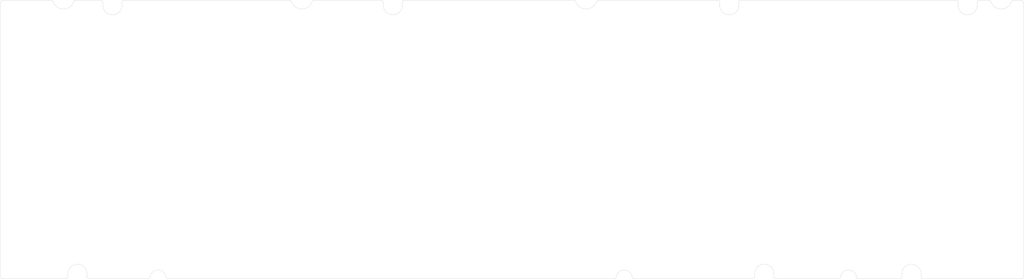
<source format=kicad_pcb>
(kicad_pcb (version 20210228) (generator pcbnew)

  (general
    (thickness 1.6)
  )

  (paper "A4")
  (layers
    (0 "F.Cu" signal)
    (31 "B.Cu" signal)
    (32 "B.Adhes" user "B.Adhesive")
    (33 "F.Adhes" user "F.Adhesive")
    (34 "B.Paste" user)
    (35 "F.Paste" user)
    (36 "B.SilkS" user "B.Silkscreen")
    (37 "F.SilkS" user "F.Silkscreen")
    (38 "B.Mask" user)
    (39 "F.Mask" user)
    (40 "Dwgs.User" user "User.Drawings")
    (41 "Cmts.User" user "User.Comments")
    (42 "Eco1.User" user "User.Eco1")
    (43 "Eco2.User" user "User.Eco2")
    (44 "Edge.Cuts" user)
    (45 "Margin" user)
    (46 "B.CrtYd" user "B.Courtyard")
    (47 "F.CrtYd" user "F.Courtyard")
    (48 "B.Fab" user)
    (49 "F.Fab" user)
    (50 "User.1" user)
    (51 "User.2" user)
    (52 "User.3" user)
    (53 "User.4" user)
    (54 "User.5" user)
    (55 "User.6" user)
    (56 "User.7" user)
    (57 "User.8" user)
    (58 "User.9" user)
  )

  (setup
    (pad_to_mask_clearance 0)
    (pcbplotparams
      (layerselection 0x00010fc_ffffffff)
      (disableapertmacros false)
      (usegerberextensions false)
      (usegerberattributes true)
      (usegerberadvancedattributes true)
      (creategerberjobfile true)
      (svguseinch false)
      (svgprecision 6)
      (excludeedgelayer true)
      (plotframeref false)
      (viasonmask false)
      (mode 1)
      (useauxorigin false)
      (hpglpennumber 1)
      (hpglpenspeed 20)
      (hpglpendiameter 15.000000)
      (dxfpolygonmode true)
      (dxfimperialunits true)
      (dxfusepcbnewfont true)
      (psnegative false)
      (psa4output false)
      (plotreference true)
      (plotvalue true)
      (plotinvisibletext false)
      (sketchpadsonfab false)
      (subtractmaskfromsilk false)
      (outputformat 1)
      (mirror false)
      (drillshape 1)
      (scaleselection 1)
      (outputdirectory "")
    )
  )


  (net 0 "")

  (gr_line (start 326.463 53.784295) (end 324.260291 53.784295) (layer "Dwgs.User") (width 0.1) (tstamp 0a6f526a-855f-4866-9492-907e759593f3))
  (gr_line (start 78.133889 53.784295) (end 22.075 53.784295) (layer "Dwgs.User") (width 0.1) (tstamp 1569ab24-6925-4e10-a565-01623a80def6))
  (gr_line (start 2.918749 147.734295) (end 2.918749 146.734295) (layer "Dwgs.User") (width 0.1) (tstamp 15c70d95-ccc0-4b28-b19b-a3762be074d6))
  (gr_arc (start -4 56.534295) (end -3.5 56.534295) (angle -90) (layer "Dwgs.User") (width 0.1) (tstamp 17b1ad06-1f8f-4398-b3e5-b23df3e766b9))
  (gr_arc (start 326.463 55.034295) (end 327.713 55.034295) (angle -90) (layer "Dwgs.User") (width 0.1) (tstamp 1c366f20-cf63-44b3-912c-099f37a4200a))
  (gr_line (start 14.825 55.534295) (end 14.825 54.534295) (layer "Dwgs.User") (width 0.1) (tstamp 230674d9-33a2-43d8-bdab-6e156f34f18a))
  (gr_arc (start 324.260291 54.534295) (end 324.260291 53.784295) (angle -70.56724937) (layer "Dwgs.User") (width 0.1) (tstamp 24870668-9ba9-489f-96c7-07a0b09d2b60))
  (gr_arc (start 315.77257 54.534295) (end 316.479844 54.28477) (angle -70.56724937) (layer "Dwgs.User") (width 0.1) (tstamp 254164af-92cb-4781-8308-db5677149378))
  (gr_arc (start -16.999999 69.534295) (end -17.5 69.534295) (angle -90) (layer "Dwgs.User") (width 0.1) (tstamp 26f14ec9-b964-4529-a8a6-2b14c12ff311))
  (gr_arc (start 293.537499 147.734295) (end 292.787499 147.734295) (angle -90) (layer "Dwgs.User") (width 0.1) (tstamp 27588b98-7716-4539-ac16-c48d0703d109))
  (gr_line (start -10.5 56.034295) (end -10.5 63.034295) (layer "Dwgs.User") (width 0.1) (tstamp 2ff03d8a-432f-4498-9d82-52d2dead27b9))
  (gr_line (start 110.074999 55.534295) (end 110.074999 54.534295) (layer "Dwgs.User") (width 0.1) (tstamp 3013b389-db26-4cc4-8290-595aa815f0c0))
  (gr_arc (start -18.85 55.034295) (end -18.85 53.784295) (angle -90) (layer "Dwgs.User") (width 0.1) (tstamp 33f3957c-de81-44ec-b978-53287806c9bd))
  (gr_line (start -20.1 55.034295) (end -20.099999 147.234295) (layer "Dwgs.User") (width 0.1) (tstamp 3ad11f98-55d0-4d61-94e6-2ee33e88f962))
  (gr_arc (start 78.133889 54.534295) (end 78.841163 54.28477) (angle -70.56724937) (layer "Dwgs.User") (width 0.1) (tstamp 3c93f03e-032f-4555-8a6e-3c3e61f5d76a))
  (gr_line (start -17.5 69.534295) (end -17.5 56.534295) (layer "Dwgs.User") (width 0.1) (tstamp 3fb5040b-7963-4826-b924-b716634fa502))
  (gr_line (start 37.026042 148.484289) (end 62.747564 148.484285) (layer "Dwgs.User") (width 0.1) (tstamp 3fc95bed-62bc-4ae4-b5a3-53855597d5ed))
  (gr_arc (start 264.657751 147.734781) (end 264.657734 148.484781) (angle -82.12430789) (layer "Dwgs.User") (width 0.1) (tstamp 400dccf4-1dbb-4665-a1b0-d82f495daa23))
  (gr_arc (start 33.560244 148.213775) (end 36.283118 147.837071) (angle -164.2465162) (layer "Dwgs.User") (width 0.1) (tstamp 44f83b7f-db42-4521-9d4f-18445b149061))
  (gr_arc (start 174.724735 54.534295) (end 175.43201 54.28477) (angle -70.56724937) (layer "Dwgs.User") (width 0.1) (tstamp 4cf2dac3-9535-444c-89e6-cf3dd0a282dc))
  (gr_arc (start -4 69.534295) (end -4 70.034295) (angle -90) (layer "Dwgs.User") (width 0.1) (tstamp 4e5425e1-42bd-43f3-8bee-4f25efd280ee))
  (gr_line (start -18.85 148.484295) (end 2.168749 148.484295) (layer "Dwgs.User") (width 0.1) (tstamp 54ef2c52-0185-4d0d-a8aa-9a5d39a3ccc5))
  (gr_line (start 230.875 54.534295) (end 230.875 55.534295) (layer "Dwgs.User") (width 0.1) (tstamp 5a15417a-a598-48d6-8ea3-762108ab85c8))
  (gr_arc (start 10.168749 147.734295) (end 9.418749 147.734295) (angle -90) (layer "Dwgs.User") (width 0.1) (tstamp 5c7effca-bc50-490c-a53e-1ae03ff10273))
  (gr_arc (start 117.324999 54.534295) (end 117.324999 53.784295) (angle -90) (layer "Dwgs.User") (width 0.1) (tstamp 60d419f2-a591-436c-9755-57d4fb5895ad))
  (gr_arc (start 86.62161 54.534295) (end 86.62161 53.784295) (angle -70.56724937) (layer "Dwgs.User") (width 0.1) (tstamp 61da176f-6c2f-41b3-a9d1-1a2623e71170))
  (gr_arc (start -2.8301 54.534295) (end -2.122825 54.28477) (angle -70.56724937) (layer "Dwgs.User") (width 0.1) (tstamp 61df36e5-b7b9-43f5-8e69-6cf9f7e77a21))
  (gr_line (start 292.787499 146.734295) (end 292.787499 147.734295) (layer "Dwgs.User") (width 0.1) (tstamp 648709ea-ef87-4ed3-85f2-27267f0c8f25))
  (gr_line (start -17 56.034295) (end -4 70.034295) (layer "Dwgs.User") (width 0.1) (tstamp 6537691a-5a25-4005-bbef-0eabb38f2e88))
  (gr_arc (start 37.026042 147.734289) (end 36.283118 147.837071) (angle -82.12325437) (layer "Dwgs.User") (width 0.1) (tstamp 6986246c-4e27-4b59-8d29-4dfbf7ae58c5))
  (gr_arc (start 113.324999 55.534295) (end 110.074999 55.534295) (angle -180) (layer "Dwgs.User") (width 0.1) (tstamp 6b9a5f3a-4955-4396-aa89-092e7011c57f))
  (gr_line (start 327.713 147.234295) (end 327.713 55.034295) (layer "Dwgs.User") (width 0.1) (tstamp 6dec8e25-9dcb-4abb-a4b2-d294ec795561))
  (gr_arc (start 195.378849 147.733012) (end 194.635924 147.835789) (angle -82.12180096) (layer "Dwgs.User") (width 0.1) (tstamp 7257d375-6ea8-4038-b852-92f7993a4cfa))
  (gr_arc (start 235.53125 147.734295) (end 235.53125 148.484295) (angle -90) (layer "Dwgs.User") (width 0.1) (tstamp 72958d90-b065-4df1-b612-dfc76fc06a65))
  (gr_circle (center -10.5 63.034295) (end -8 63.034295) (layer "Dwgs.User") (width 0.1) (fill none) (tstamp 7401b6df-d7ce-435b-9801-64a0104ccc52))
  (gr_line (start 236.28125 147.734295) (end 236.28125 146.734295) (layer "Dwgs.User") (width 0.1) (tstamp 756fcf18-71d9-4d04-adbf-4096b55f7d3f))
  (gr_arc (start 289.537499 146.734295) (end 292.787499 146.734295) (angle -180) (layer "Dwgs.User") (width 0.1) (tstamp 7c934338-2337-47e1-8b41-639904f3a200))
  (gr_line (start 116.574999 54.534295) (end 116.574999 55.534295) (layer "Dwgs.User") (width 0.1) (tstamp 7e6fc632-0ec7-4261-ac32-df90c10d257a))
  (gr_arc (start 304.5875 54.534295) (end 305.3375 54.534295) (angle -90) (layer "Dwgs.User") (width 0.1) (tstamp 7fad3a93-aab5-4d8d-8912-7b4428e392f7))
  (gr_arc (start 227.625 55.534295) (end 224.375 55.534295) (angle -180) (layer "Dwgs.User") (width 0.1) (tstamp 814481c5-422b-4c34-a67d-a189a3e4c6cc))
  (gr_line (start 311.8375 54.534295) (end 311.8375 55.534295) (layer "Dwgs.User") (width 0.1) (tstamp 86e37d4b-a919-420a-b67b-9b52880f2395))
  (gr_line (start 195.378825 148.483012) (end 235.53125 148.484295) (layer "Dwgs.User") (width 0.1) (tstamp 886323be-262f-4426-8334-80efdacd7ddf))
  (gr_line (start 242.78125 146.734295) (end 242.78125 147.734295) (layer "Dwgs.User") (width 0.1) (tstamp 8b19dfcc-a24e-4a59-aca3-4640b15e2989))
  (gr_arc (start 320.01643 53.037069) (end 316.479844 54.28477) (angle -141.1344987) (layer "Dwgs.User") (width 0.1) (tstamp 8cfe922f-19f9-4a6f-96db-50c81d4cd437))
  (gr_line (start 109.325 53.784295) (end 86.62161 53.784295) (layer "Dwgs.User") (width 0.1) (tstamp 8fb5d744-fbb1-43d3-9317-80909bcacc81))
  (gr_line (start 9.418749 146.734295) (end 9.418749 147.734295) (layer "Dwgs.User") (width 0.1) (tstamp 8fddf206-9cc8-4ede-8456-a8215123ec48))
  (gr_arc (start 308.5875 55.534295) (end 305.3375 55.534295) (angle -180) (layer "Dwgs.User") (width 0.1) (tstamp 907c3670-5e4d-4015-872b-4e7b3a2bc423))
  (gr_line (start 243.531232 148.484295) (end 264.657734 148.484781) (layer "Dwgs.User") (width 0.1) (tstamp 9205e948-85d3-4441-8d55-4532af169382))
  (gr_arc (start 178.968596 53.037069) (end 175.43201 54.28477) (angle -141.1344987) (layer "Dwgs.User") (width 0.1) (tstamp 922de84a-41c6-4e86-b180-71a48cbe83d4))
  (gr_line (start -3.5 56.534295) (end -3.5 69.534295) (layer "Dwgs.User") (width 0.1) (tstamp 943fe91f-ce71-4d27-a8bf-da956b032591))
  (gr_line (start 286.287499 147.734295) (end 286.287499 146.734295) (layer "Dwgs.User") (width 0.1) (tstamp 965e4fab-45bf-4ffb-b44e-128bc0e2a1e3))
  (gr_arc (start 243.53125 147.734295) (end 242.78125 147.734295) (angle -89.99868324) (layer "Dwgs.User") (width 0.1) (tstamp a2a74334-728e-4467-8e8e-7e2b7a0a22c1))
  (gr_arc (start 82.377749 53.037069) (end 78.841163 54.28477) (angle -141.1344987) (layer "Dwgs.User") (width 0.1) (tstamp a374fe99-7e3d-4341-8dd8-fa913544721b))
  (gr_line (start 293.537499 148.484295) (end 326.463 148.484295) (layer "Dwgs.User") (width 0.1) (tstamp a64939f9-8f70-4059-a6f8-c2c232d45bf0))
  (gr_arc (start 239.53125 146.734295) (end 242.78125 146.734295) (angle -180) (layer "Dwgs.User") (width 0.1) (tstamp a79ca088-52ab-4644-94ff-2e6fbec71dd6))
  (gr_line (start 315.77257 53.784295) (end 312.5875 53.784295) (layer "Dwgs.User") (width 0.1) (tstamp aacfc9e1-2ef8-4f71-8d83-d19677d586c8))
  (gr_line (start -2.8301 53.784295) (end -18.85 53.784295) (layer "Dwgs.User") (width 0.1) (tstamp acc8ad73-45dc-4d96-9ce5-1a1bbf543703))
  (gr_arc (start 14.075 54.534295) (end 14.825 54.534295) (angle -90) (layer "Dwgs.User") (width 0.1) (tstamp b26d7988-ae09-4b0f-80eb-85cbc1bf5b87))
  (gr_arc (start 18.075 55.534295) (end 14.825 55.534295) (angle -180) (layer "Dwgs.User") (width 0.1) (tstamp b57425c3-3d93-4859-b762-157f23019ec9))
  (gr_arc (start 268.123547 148.214282) (end 270.846418 147.837559) (angle -164.2458258) (layer "Dwgs.User") (width 0.1) (tstamp b57afd30-f6ab-4bb4-a56e-dc16dd6237d9))
  (gr_line (start 174.724735 53.784295) (end 117.324999 53.784295) (layer "Dwgs.User") (width 0.1) (tstamp bc48722a-a352-4f78-8003-c7325a945468))
  (gr_arc (start 312.5875 54.534295) (end 312.5875 53.784295) (angle -90) (layer "Dwgs.User") (width 0.1) (tstamp bd60e221-c0ec-43e9-a052-4c3e11385238))
  (gr_line (start 271.589367 148.484771) (end 285.537499 148.484295) (layer "Dwgs.User") (width 0.1) (tstamp c2521a14-4cd3-447d-ad87-ac0bde7a6261))
  (gr_line (start 304.5875 53.784295) (end 231.625 53.784295) (layer "Dwgs.User") (width 0.1) (tstamp cb9de1fe-9903-4f20-8e54-382bd1edc303))
  (gr_line (start 223.625 53.784295) (end 183.212456 53.784295) (layer "Dwgs.User") (width 0.1) (tstamp cbffaece-0b75-4f43-9fcb-67c55c3c9e7a))
  (gr_line (start 21.325 54.534295) (end 21.325 55.534295) (layer "Dwgs.User") (width 0.1) (tstamp cd94b4f7-3117-4499-9313-2bc1cc7989b5))
  (gr_arc (start -17 56.534295) (end -17 56.034295) (angle -90) (layer "Dwgs.User") (width 0.1) (tstamp cdd0209e-5a03-4a21-a08f-950909f38a9e))
  (gr_arc (start -18.85 147.234295) (end -20.099999 147.234295) (angle -90) (layer "Dwgs.User") (width 0.1) (tstamp ce900b95-d215-42c3-8616-b2a678bfb62f))
  (gr_arc (start 5.65762 54.534295) (end 5.65762 53.784295) (angle -70.56724937) (layer "Dwgs.User") (width 0.1) (tstamp cec7c9f1-deee-409f-8193-606e92272a87))
  (gr_line (start 14.075 53.784295) (end 5.65762 53.784295) (layer "Dwgs.User") (width 0.1) (tstamp d068b6d4-3831-4dd8-a74e-657f141c87b2))
  (gr_line (start 182.95303 148.484295) (end 188.447386 148.483143) (layer "Dwgs.User") (width 0.1) (tstamp d4570378-af23-4385-baa4-815f809f5f35))
  (gr_line (start -4 70.034295) (end -17 70.034295) (layer "Dwgs.User") (width 0.1) (tstamp d698680b-e2f5-446c-9f07-6a8d97847880))
  (gr_line (start 224.375 55.534295) (end 224.375 54.534295) (layer "Dwgs.User") (width 0.1) (tstamp d81b8a83-18f7-4122-927b-cd9ee3374236))
  (gr_arc (start 30.094446 147.734291) (end 30.094446 148.484291) (angle -82.12325768) (layer "Dwgs.User") (width 0.1) (tstamp d8928473-341f-4bec-b250-07db3250c69f))
  (gr_arc (start 188.447228 147.733143) (end 188.447386 148.483143) (angle -82.11378212) (layer "Dwgs.User") (width 0.1) (tstamp d99ef3c5-e045-4ebc-aa22-44a1257a572b))
  (gr_arc (start 271.589341 147.734771) (end 270.846418 147.837559) (angle -82.12479021) (layer "Dwgs.User") (width 0.1) (tstamp ddefc2a4-5f30-473b-b50c-9b20aeac4e63))
  (gr_arc (start 285.537499 147.734295) (end 285.537499 148.484295) (angle -90) (layer "Dwgs.User") (width 0.1) (tstamp df804592-1a59-4ccc-a9f8-9fae77346491))
  (gr_arc (start 231.625 54.534295) (end 231.625 53.784295) (angle -90) (layer "Dwgs.User") (width 0.1) (tstamp e1c7cd71-208a-40ab-82e1-1bfa0d60698d))
  (gr_arc (start 223.625 54.534295) (end 224.375 54.534295) (angle -90) (layer "Dwgs.User") (width 0.1) (tstamp e89c95f3-f5d0-4e26-b18c-1d7661fd0226))
  (gr_arc (start 22.075 54.534295) (end 22.075 53.784295) (angle -90) (layer "Dwgs.User") (width 0.1) (tstamp e9a70ee5-6d22-48aa-9e79-177d1bb35be6))
  (gr_line (start 305.3375 55.534295) (end 305.3375 54.534295) (layer "Dwgs.User") (width 0.1) (tstamp eafa5059-95b7-44b5-974e-725357bdb599))
  (gr_arc (start 6.168749 146.734295) (end 9.418749 146.734295) (angle -180) (layer "Dwgs.User") (width 0.1) (tstamp ed4cfb3f-ad9c-420c-89e0-aa7217552f7a))
  (gr_line (start 62.747564 148.484285) (end 182.95303 148.484295) (layer "Dwgs.User") (width 0.1) (tstamp ef616af5-6d2e-498c-a8a1-3722d6fbe1f2))
  (gr_arc (start 183.212456 54.534295) (end 183.212456 53.784295) (angle -70.56724937) (layer "Dwgs.User") (width 0.1) (tstamp f2146ee0-399a-4bb4-be37-980be39584c4))
  (gr_arc (start 326.463 147.234295) (end 326.463 148.484295) (angle -90) (layer "Dwgs.User") (width 0.1) (tstamp f29484c3-0e64-4fec-b499-42620ce2b624))
  (gr_arc (start 2.168749 147.734295) (end 2.168749 148.484295) (angle -90) (layer "Dwgs.User") (width 0.1) (tstamp f452743a-0ada-405a-8ab6-198ff31aec41))
  (gr_arc (start 191.913048 148.212474) (end 194.635924 147.835789) (angle -164.2494339) (layer "Dwgs.User") (width 0.1) (tstamp f5dafc74-4e6c-4230-8f7d-379a461c68ab))
  (gr_arc (start 109.324999 54.534295) (end 110.074999 54.534295) (angle -90) (layer "Dwgs.User") (width 0.1) (tstamp f8dcdb93-cb48-4418-85d8-2c951f41f3f1))
  (gr_line (start 10.168749 148.484295) (end 30.094446 148.484291) (layer "Dwgs.User") (width 0.1) (tstamp f90b2774-8785-45b9-b862-35a8c90da226))
  (gr_line (start -17 56.034295) (end -4 56.034295) (layer "Dwgs.User") (width 0.1) (tstamp fc354917-124e-41e2-b9fe-7a5c67347e0f))
  (gr_arc (start 1.41376 53.037069) (end -2.122825 54.28477) (angle -141.1344987) (layer "Dwgs.User") (width 0.1) (tstamp fe910735-7d6f-4dfb-b240-2ed33c8483ee))
  (gr_arc (start 183.212456 54.534295) (end 183.212456 53.784295) (angle -70.56724937) (layer "Edge.Cuts") (width 0.1) (tstamp 02aeb5d9-afa7-4b2f-b066-a69f034843a3))
  (gr_line (start 236.28125 147.734295) (end 236.28125 146.734295) (layer "Edge.Cuts") (width 0.1) (tstamp 050f23c3-e247-4132-b49f-5b661f4054ca))
  (gr_line (start 195.378825 148.483012) (end 235.53125 148.484295) (layer "Edge.Cuts") (width 0.1) (tstamp 08ada291-8934-4066-8fb8-6051409f956e))
  (gr_line (start 327.713 147.234295) (end 327.713 55.034295) (layer "Edge.Cuts") (width 0.1) (tstamp 08dfecb0-8ee2-4f90-8403-26250c9816a2))
  (gr_line (start 243.531232 148.484295) (end 264.657734 148.484781) (layer "Edge.Cuts") (width 0.1) (tstamp 0a71817e-440d-47d3-acd3-3f26e62f22ed))
  (gr_line (start 224.375 55.534295) (end 224.375 54.534295) (layer "Edge.Cuts") (width 0.1) (tstamp 0b700239-4a85-4798-a076-83e5a7e2d889))
  (gr_line (start 116.574999 54.534295) (end 116.574999 55.534295) (layer "Edge.Cuts") (width 0.1) (tstamp 0bb92e87-92f6-4e4d-9031-9fe6c99607ce))
  (gr_line (start 10.168749 148.484295) (end 30.094446 148.484291) (layer "Edge.Cuts") (width 0.1) (tstamp 1148d8c0-79ef-4cba-99c5-3fa05603ff9d))
  (gr_arc (start 326.463 147.234295) (end 326.463 148.484295) (angle -90) (layer "Edge.Cuts") (width 0.1) (tstamp 134d6c54-2385-4774-be2e-0f4d5d1bed1f))
  (gr_arc (start 191.913048 148.212474) (end 194.635924 147.835789) (angle -164.2494339) (layer "Edge.Cuts") (width 0.1) (tstamp 13c94cc7-8df0-4f6c-a7bd-3d6389d9a6e1))
  (gr_arc (start 231.625 54.534295) (end 231.625 53.784295) (angle -90) (layer "Edge.Cuts") (width 0.1) (tstamp 17589b82-b375-469d-ad4a-1f558ccf68da))
  (gr_line (start 230.875 54.534295) (end 230.875 55.534295) (layer "Edge.Cuts") (width 0.1) (tstamp 1b95071b-d44d-48de-881a-9ce433e51430))
  (gr_arc (start 195.378849 147.733012) (end 194.635924 147.835789) (angle -82.12180096) (layer "Edge.Cuts") (width 0.1) (tstamp 1cb7d39f-5901-457c-aa80-9d1a0fe2a123))
  (gr_arc (start 6.168749 146.734295) (end 9.418749 146.734295) (angle -180) (layer "Edge.Cuts") (width 0.1) (tstamp 1cda6650-54b0-47e7-94c0-dadf6d0b9218))
  (gr_arc (start 86.62161 54.534295) (end 86.62161 53.784295) (angle -70.56724937) (layer "Edge.Cuts") (width 0.1) (tstamp 20e544e6-1f07-466b-89b0-617fa4eeb31b))
  (gr_arc (start 2.168749 147.734295) (end 2.168749 148.484295) (angle -90) (layer "Edge.Cuts") (width 0.1) (tstamp 2320cae3-a3f0-4c0e-8671-7ab2c32e9287))
  (gr_arc (start 82.377749 53.037069) (end 78.841163 54.28477) (angle -141.1344987) (layer "Edge.Cuts") (width 0.1) (tstamp 2396a92a-d678-46b5-98e9-b98b74699a6e))
  (gr_line (start 14.075 53.784295) (end 5.65762 53.784295) (layer "Edge.Cuts") (width 0.1) (tstamp 26941c81-8c99-4706-847c-618029933949))
  (gr_line (start 223.625 53.784295) (end 183.212456 53.784295) (layer "Edge.Cuts") (width 0.1) (tstamp 28169763-dd52-4239-a213-ef3c61feac94))
  (gr_arc (start 326.463 55.034295) (end 327.713 55.034295) (angle -90) (layer "Edge.Cuts") (width 0.1) (tstamp 2a1df467-f974-4936-acff-b130dbc7177c))
  (gr_line (start 315.77257 53.784295) (end 312.5875 53.784295) (layer "Edge.Cuts") (width 0.1) (tstamp 2ad98ee4-edb0-49f5-bf72-cb8aa4afb96c))
  (gr_arc (start 304.5875 54.534295) (end 305.3375 54.534295) (angle -90) (layer "Edge.Cuts") (width 0.1) (tstamp 3810ebc1-ded5-4399-b846-1380118903fe))
  (gr_line (start 182.95303 148.484295) (end 188.447386 148.483143) (layer "Edge.Cuts") (width 0.1) (tstamp 399a2524-7f18-43ae-8205-1c2cc14f6750))
  (gr_arc (start 113.324999 55.534295) (end 110.074999 55.534295) (angle -180) (layer "Edge.Cuts") (width 0.1) (tstamp 3f882cce-ea5a-4c37-8737-77774dcd4fe9))
  (gr_arc (start 174.724735 54.534295) (end 175.43201 54.28477) (angle -70.56724937) (layer "Edge.Cuts") (width 0.1) (tstamp 418a57e0-0543-4d5e-8729-26d0ba04e88d))
  (gr_arc (start 18.075 55.534295) (end 14.825 55.534295) (angle -180) (layer "Edge.Cuts") (width 0.1) (tstamp 421e3457-bc25-4dbe-a220-6ecf60863207))
  (gr_arc (start 22.075 54.534295) (end 22.075 53.784295) (angle -90) (layer "Edge.Cuts") (width 0.1) (tstamp 446de244-e0a4-4903-8134-982e02a46608))
  (gr_arc (start 10.168749 147.734295) (end 9.418749 147.734295) (angle -90) (layer "Edge.Cuts") (width 0.1) (tstamp 4a7bc9ff-8ab3-459c-9dd4-272c73c929a6))
  (gr_arc (start 117.324999 54.534295) (end 117.324999 53.784295) (angle -90) (layer "Edge.Cuts") (width 0.1) (tstamp 53e98ea0-50f2-4081-8708-1f8dd324008b))
  (gr_arc (start 1.41376 53.037069) (end -2.122825 54.28477) (angle -141.1344987) (layer "Edge.Cuts") (width 0.1) (tstamp 5424b26b-d22f-47dc-88f4-9177efc71f04))
  (gr_arc (start 324.260291 54.534295) (end 324.260291 53.784295) (angle -70.56724937) (layer "Edge.Cuts") (width 0.1) (tstamp 56a1a3ef-846f-41e9-a461-e8d39b5c0c56))
  (gr_arc (start 33.560244 148.213775) (end 36.283118 147.837071) (angle -164.2465162) (layer "Edge.Cuts") (width 0.1) (tstamp 5791176d-e06f-4147-ae79-f95194a133c9))
  (gr_arc (start 14.075 54.534295) (end 14.825 54.534295) (angle -90) (layer "Edge.Cuts") (width 0.1) (tstamp 57bdadbf-993e-476d-a943-8e0afaf67090))
  (gr_line (start 9.418749 146.734295) (end 9.418749 147.734295) (layer "Edge.Cuts") (width 0.1) (tstamp 5af4ae4f-2bd7-4471-af51-b3bc95bbc21f))
  (gr_arc (start -18.85 147.234295) (end -20.099999 147.234295) (angle -90) (layer "Edge.Cuts") (width 0.1) (tstamp 5ce6b607-bcd3-4999-8b81-3c32e4ad19db))
  (gr_arc (start 30.094446 147.734291) (end 30.094446 148.484291) (angle -82.12325768) (layer "Edge.Cuts") (width 0.1) (tstamp 65d6c84a-5203-4d7a-83a3-f0bd35002a9a))
  (gr_arc (start 293.537499 147.734295) (end 292.787499 147.734295) (angle -90) (layer "Edge.Cuts") (width 0.1) (tstamp 6ac1e11c-5e19-4723-a9e3-d55dfe71f16d))
  (gr_arc (start 235.53125 147.734295) (end 235.53125 148.484295) (angle -90) (layer "Edge.Cuts") (width 0.1) (tstamp 6b6ae34c-ef96-408e-86b0-8638f432ad10))
  (gr_arc (start -18.85 55.034295) (end -18.85 53.784295) (angle -90) (layer "Edge.Cuts") (width 0.1) (tstamp 75b02e4f-cf85-4f83-b709-9dd78458b1d9))
  (gr_arc (start 223.625 54.534295) (end 224.375 54.534295) (angle -90) (layer "Edge.Cuts") (width 0.1) (tstamp 76cc3538-86ae-480d-9276-be27b5c8200d))
  (gr_arc (start 239.53125 146.734295) (end 242.78125 146.734295) (angle -180) (layer "Edge.Cuts") (width 0.1) (tstamp 76cc6b7c-1df9-42cd-86e7-07c9bb3ce8f3))
  (gr_arc (start -2.8301 54.534295) (end -2.122825 54.28477) (angle -70.56724937) (layer "Edge.Cuts") (width 0.1) (tstamp 7f865323-7ab3-491c-b7e4-a164c4774557))
  (gr_line (start 37.026042 148.484289) (end 62.747564 148.484285) (layer "Edge.Cuts") (width 0.1) (tstamp 82c955b9-f075-4063-839b-50b259dbba66))
  (gr_arc (start 312.5875 54.534295) (end 312.5875 53.784295) (angle -90) (layer "Edge.Cuts") (width 0.1) (tstamp 838e569a-dff8-40a9-ad34-6311a4f1528c))
  (gr_arc (start 37.026042 147.734289) (end 36.283118 147.837071) (angle -82.12325437) (layer "Edge.Cuts") (width 0.1) (tstamp 86d187c3-dc8b-47fe-b94f-cf5d81127ab7))
  (gr_line (start 326.463 53.784295) (end 324.260291 53.784295) (layer "Edge.Cuts") (width 0.1) (tstamp 86dd03b0-1019-4fea-aa2c-65dc5e87a0e9))
  (gr_line (start 242.78125 146.734295) (end 242.78125 147.734295) (layer "Edge.Cuts") (width 0.1) (tstamp 8d6b8ce0-92c1-4e98-8430-eb7dfd3e4d4f))
  (gr_arc (start 271.589341 147.734771) (end 270.846418 147.837559) (angle -82.12479021) (layer "Edge.Cuts") (width 0.1) (tstamp 8f8f790e-9eef-4d94-8761-57a207694b96))
  (gr_arc (start 178.968596 53.037069) (end 175.43201 54.28477) (angle -141.1344987) (layer "Edge.Cuts") (width 0.1) (tstamp 9115d16d-9378-49b2-bb20-1b828e83aa62))
  (gr_line (start -18.85 148.484295) (end 2.168749 148.484295) (layer "Edge.Cuts") (width 0.1) (tstamp 977e53c2-5ac4-4918-a44b-e5f9d9599e6d))
  (gr_arc (start 5.65762 54.534295) (end 5.65762 53.784295) (angle -70.56724937) (layer "Edge.Cuts") (width 0.1) (tstamp 97ad97c4-3e96-49ac-bd75-58e35cdd0111))
  (gr_arc (start 308.5875 55.534295) (end 305.3375 55.534295) (angle -180) (layer "Edge.Cuts") (width 0.1) (tstamp 9bbb3f87-6f73-43d5-bd36-69e3a065c09a))
  (gr_arc (start 289.537499 146.734295) (end 292.787499 146.734295) (angle -180) (layer "Edge.Cuts") (width 0.1) (tstamp 9d45d8e0-93b6-4b1c-8dae-90fcdf9030ac))
  (gr_line (start 78.133889 53.784295) (end 22.075 53.784295) (layer "Edge.Cuts") (width 0.1) (tstamp a115ddf4-93e1-43ae-975a-c16e98759959))
  (gr_line (start 304.5875 53.784295) (end 231.625 53.784295) (layer "Edge.Cuts") (width 0.1) (tstamp a646d28c-ee8e-4ba5-abf0-f1dcb97bf3d4))
  (gr_arc (start 264.657751 147.734781) (end 264.657734 148.484781) (angle -82.12430789) (layer "Edge.Cuts") (width 0.1) (tstamp a79d1b3d-e7f6-44c4-a532-980f8f3e225d))
  (gr_arc (start 188.447228 147.733143) (end 188.447386 148.483143) (angle -82.11378212) (layer "Edge.Cuts") (width 0.1) (tstamp b049ccaf-4a17-4615-8942-0212b9e586ca))
  (gr_line (start 311.8375 54.534295) (end 311.8375 55.534295) (layer "Edge.Cuts") (width 0.1) (tstamp b1757496-fa2e-4acc-9f55-95e6a2ff21aa))
  (gr_arc (start 320.01643 53.037069) (end 316.479844 54.28477) (angle -141.1344987) (layer "Edge.Cuts") (width 0.1) (tstamp b1b98591-e6d2-40e7-ab76-b0385e6bd919))
  (gr_line (start 2.918749 147.734295) (end 2.918749 146.734295) (layer "Edge.Cuts") (width 0.1) (tstamp b5acd24f-4e26-4b23-8f77-fed0baa5ce95))
  (gr_line (start 293.537499 148.484295) (end 326.463 148.484295) (layer "Edge.Cuts") (width 0.1) (tstamp b630d289-9f5e-4831-827d-ea224615d22a))
  (gr_line (start 110.074999 55.534295) (end 110.074999 54.534295) (layer "Edge.Cuts") (width 0.1) (tstamp b6f5367b-c0fe-4aa9-aa88-a48ec8eb288a))
  (gr_arc (start 268.123547 148.214282) (end 270.846418 147.837559) (angle -164.2458258) (layer "Edge.Cuts") (width 0.1) (tstamp bb70aeaa-d719-48f5-9d60-007403fa5eab))
  (gr_arc (start 285.537499 147.734295) (end 285.537499 148.484295) (angle -90) (layer "Edge.Cuts") (width 0.1) (tstamp beb4b61e-aef7-476f-b348-37655e7fdee7))
  (gr_arc (start 78.133889 54.534295) (end 78.841163 54.28477) (angle -70.56724937) (layer "Edge.Cuts") (width 0.1) (tstamp c8c47a79-dd8c-4d99-b6f2-6c44b9a5117b))
  (gr_line (start 109.325 53.784295) (end 86.62161 53.784295) (layer "Edge.Cuts") (width 0.1) (tstamp c965ebf6-aaec-4304-abdb-3b31d581b582))
  (gr_line (start 174.724735 53.784295) (end 117.324999 53.784295) (layer "Edge.Cuts") (width 0.1) (tstamp cba18308-6fe3-4284-b5d6-34288e496616))
  (gr_arc (start 227.625 55.534295) (end 224.375 55.534295) (angle -180) (layer "Edge.Cuts") (width 0.1) (tstamp ccd92304-3451-4df9-a974-8f6fbb8afb13))
  (gr_line (start 271.589367 148.484771) (end 285.537499 148.484295) (layer "Edge.Cuts") (width 0.1) (tstamp d138f454-ab0b-4377-813c-5c1958241b71))
  (gr_line (start 305.3375 55.534295) (end 305.3375 54.534295) (layer "Edge.Cuts") (width 0.1) (tstamp d4ac51bc-263f-40fb-871f-88f813dbb8b7))
  (gr_line (start 292.787499 146.734295) (end 292.787499 147.734295) (layer "Edge.Cuts") (width 0.1) (tstamp dd1561a2-2163-4792-ab92-af5ee2c12712))
  (gr_arc (start 243.53125 147.734295) (end 242.78125 147.734295) (angle -89.99868324) (layer "Edge.Cuts") (width 0.1) (tstamp ddb3548b-18ac-4075-9015-caa6c36b72c1))
  (gr_line (start 21.325 54.534295) (end 21.325 55.534295) (layer "Edge.Cuts") (width 0.1) (tstamp e533e034-5840-4897-87e5-b567533bb8e0))
  (gr_arc (start 315.77257 54.534295) (end 316.479844 54.28477) (angle -70.56724937) (layer "Edge.Cuts") (width 0.1) (tstamp e8c44e61-51e2-47f4-b059-a9ae7ba60d5a))
  (gr_arc (start 109.324999 54.534295) (end 110.074999 54.534295) (angle -90) (layer "Edge.Cuts") (width 0.1) (tstamp ea07c5ed-091a-4277-833b-87eaed4cb61e))
  (gr_line (start 286.287499 147.734295) (end 286.287499 146.734295) (layer "Edge.Cuts") (width 0.1) (tstamp f2a044d1-c7af-441b-b032-a503ae1f7f58))
  (gr_line (start -20.1 55.034295) (end -20.099999 147.234295) (layer "Edge.Cuts") (width 0.1) (tstamp f34ed6f2-eefc-4a03-8494-f21fb4986f97))
  (gr_line (start 14.825 55.534295) (end 14.825 54.534295) (layer "Edge.Cuts") (width 0.1) (tstamp f4af56b7-5f29-431d-bf6d-59907444744a))
  (gr_line (start 62.747564 148.484285) (end 182.95303 148.484295) (layer "Edge.Cuts") (width 0.1) (tstamp fdc23468-8e70-4046-bfb5-c569c9fb8a21))
  (gr_line (start -2.8301 53.784295) (end -18.85 53.784295) (layer "Edge.Cuts") (width 0.1) (tstamp fddceefd-9893-4225-9289-26639dc9f49f))

  (group "" (id 66aa3a6f-56ec-4708-aca5-dc3b3214472c)
    (members
      0a6f526a-855f-4866-9492-907e759593f3
      1569ab24-6925-4e10-a565-01623a80def6
      15c70d95-ccc0-4b28-b19b-a3762be074d6
      17b1ad06-1f8f-4398-b3e5-b23df3e766b9
      1c366f20-cf63-44b3-912c-099f37a4200a
      230674d9-33a2-43d8-bdab-6e156f34f18a
      24870668-9ba9-489f-96c7-07a0b09d2b60
      254164af-92cb-4781-8308-db5677149378
      26f14ec9-b964-4529-a8a6-2b14c12ff311
      27588b98-7716-4539-ac16-c48d0703d109
      2ff03d8a-432f-4498-9d82-52d2dead27b9
      3013b389-db26-4cc4-8290-595aa815f0c0
      33f3957c-de81-44ec-b978-53287806c9bd
      3ad11f98-55d0-4d61-94e6-2ee33e88f962
      3c93f03e-032f-4555-8a6e-3c3e61f5d76a
      3fb5040b-7963-4826-b924-b716634fa502
      3fc95bed-62bc-4ae4-b5a3-53855597d5ed
      400dccf4-1dbb-4665-a1b0-d82f495daa23
      44f83b7f-db42-4521-9d4f-18445b149061
      4cf2dac3-9535-444c-89e6-cf3dd0a282dc
      4e5425e1-42bd-43f3-8bee-4f25efd280ee
      54ef2c52-0185-4d0d-a8aa-9a5d39a3ccc5
      5a15417a-a598-48d6-8ea3-762108ab85c8
      5c7effca-bc50-490c-a53e-1ae03ff10273
      60d419f2-a591-436c-9755-57d4fb5895ad
      61da176f-6c2f-41b3-a9d1-1a2623e71170
      61df36e5-b7b9-43f5-8e69-6cf9f7e77a21
      648709ea-ef87-4ed3-85f2-27267f0c8f25
      6537691a-5a25-4005-bbef-0eabb38f2e88
      6986246c-4e27-4b59-8d29-4dfbf7ae58c5
      6b9a5f3a-4955-4396-aa89-092e7011c57f
      6dec8e25-9dcb-4abb-a4b2-d294ec795561
      7257d375-6ea8-4038-b852-92f7993a4cfa
      72958d90-b065-4df1-b612-dfc76fc06a65
      7401b6df-d7ce-435b-9801-64a0104ccc52
      756fcf18-71d9-4d04-adbf-4096b55f7d3f
      7c934338-2337-47e1-8b41-639904f3a200
      7e6fc632-0ec7-4261-ac32-df90c10d257a
      7fad3a93-aab5-4d8d-8912-7b4428e392f7
      814481c5-422b-4c34-a67d-a189a3e4c6cc
      86e37d4b-a919-420a-b67b-9b52880f2395
      886323be-262f-4426-8334-80efdacd7ddf
      8b19dfcc-a24e-4a59-aca3-4640b15e2989
      8cfe922f-19f9-4a6f-96db-50c81d4cd437
      8fb5d744-fbb1-43d3-9317-80909bcacc81
      8fddf206-9cc8-4ede-8456-a8215123ec48
      907c3670-5e4d-4015-872b-4e7b3a2bc423
      9205e948-85d3-4441-8d55-4532af169382
      922de84a-41c6-4e86-b180-71a48cbe83d4
      943fe91f-ce71-4d27-a8bf-da956b032591
      965e4fab-45bf-4ffb-b44e-128bc0e2a1e3
      a2a74334-728e-4467-8e8e-7e2b7a0a22c1
      a374fe99-7e3d-4341-8dd8-fa913544721b
      a64939f9-8f70-4059-a6f8-c2c232d45bf0
      a79ca088-52ab-4644-94ff-2e6fbec71dd6
      aacfc9e1-2ef8-4f71-8d83-d19677d586c8
      acc8ad73-45dc-4d96-9ce5-1a1bbf543703
      b26d7988-ae09-4b0f-80eb-85cbc1bf5b87
      b57425c3-3d93-4859-b762-157f23019ec9
      b57afd30-f6ab-4bb4-a56e-dc16dd6237d9
      bc48722a-a352-4f78-8003-c7325a945468
      bd60e221-c0ec-43e9-a052-4c3e11385238
      c2521a14-4cd3-447d-ad87-ac0bde7a6261
      cb9de1fe-9903-4f20-8e54-382bd1edc303
      cbffaece-0b75-4f43-9fcb-67c55c3c9e7a
      cd94b4f7-3117-4499-9313-2bc1cc7989b5
      cdd0209e-5a03-4a21-a08f-950909f38a9e
      ce900b95-d215-42c3-8616-b2a678bfb62f
      cec7c9f1-deee-409f-8193-606e92272a87
      d068b6d4-3831-4dd8-a74e-657f141c87b2
      d4570378-af23-4385-baa4-815f809f5f35
      d698680b-e2f5-446c-9f07-6a8d97847880
      d81b8a83-18f7-4122-927b-cd9ee3374236
      d8928473-341f-4bec-b250-07db3250c69f
      d99ef3c5-e045-4ebc-aa22-44a1257a572b
      ddefc2a4-5f30-473b-b50c-9b20aeac4e63
      df804592-1a59-4ccc-a9f8-9fae77346491
      e1c7cd71-208a-40ab-82e1-1bfa0d60698d
      e89c95f3-f5d0-4e26-b18c-1d7661fd0226
      e9a70ee5-6d22-48aa-9e79-177d1bb35be6
      eafa5059-95b7-44b5-974e-725357bdb599
      ed4cfb3f-ad9c-420c-89e0-aa7217552f7a
      ef616af5-6d2e-498c-a8a1-3722d6fbe1f2
      f2146ee0-399a-4bb4-be37-980be39584c4
      f29484c3-0e64-4fec-b499-42620ce2b624
      f452743a-0ada-405a-8ab6-198ff31aec41
      f5dafc74-4e6c-4230-8f7d-379a461c68ab
      f8dcdb93-cb48-4418-85d8-2c951f41f3f1
      f90b2774-8785-45b9-b862-35a8c90da226
      fc354917-124e-41e2-b9fe-7a5c67347e0f
      fe910735-7d6f-4dfb-b240-2ed33c8483ee
 )
  )
  (group "" (id bc84ab59-19da-413b-8062-e4cad85ded7f)
    (members
      02aeb5d9-afa7-4b2f-b066-a69f034843a3
      050f23c3-e247-4132-b49f-5b661f4054ca
      08ada291-8934-4066-8fb8-6051409f956e
      08dfecb0-8ee2-4f90-8403-26250c9816a2
      0a71817e-440d-47d3-acd3-3f26e62f22ed
      0b700239-4a85-4798-a076-83e5a7e2d889
      0bb92e87-92f6-4e4d-9031-9fe6c99607ce
      1148d8c0-79ef-4cba-99c5-3fa05603ff9d
      134d6c54-2385-4774-be2e-0f4d5d1bed1f
      13c94cc7-8df0-4f6c-a7bd-3d6389d9a6e1
      17589b82-b375-469d-ad4a-1f558ccf68da
      1b95071b-d44d-48de-881a-9ce433e51430
      1cb7d39f-5901-457c-aa80-9d1a0fe2a123
      1cda6650-54b0-47e7-94c0-dadf6d0b9218
      20e544e6-1f07-466b-89b0-617fa4eeb31b
      2320cae3-a3f0-4c0e-8671-7ab2c32e9287
      2396a92a-d678-46b5-98e9-b98b74699a6e
      26941c81-8c99-4706-847c-618029933949
      28169763-dd52-4239-a213-ef3c61feac94
      2a1df467-f974-4936-acff-b130dbc7177c
      2ad98ee4-edb0-49f5-bf72-cb8aa4afb96c
      3810ebc1-ded5-4399-b846-1380118903fe
      399a2524-7f18-43ae-8205-1c2cc14f6750
      3f882cce-ea5a-4c37-8737-77774dcd4fe9
      418a57e0-0543-4d5e-8729-26d0ba04e88d
      421e3457-bc25-4dbe-a220-6ecf60863207
      446de244-e0a4-4903-8134-982e02a46608
      4a7bc9ff-8ab3-459c-9dd4-272c73c929a6
      53e98ea0-50f2-4081-8708-1f8dd324008b
      5424b26b-d22f-47dc-88f4-9177efc71f04
      56a1a3ef-846f-41e9-a461-e8d39b5c0c56
      5791176d-e06f-4147-ae79-f95194a133c9
      57bdadbf-993e-476d-a943-8e0afaf67090
      5af4ae4f-2bd7-4471-af51-b3bc95bbc21f
      5ce6b607-bcd3-4999-8b81-3c32e4ad19db
      65d6c84a-5203-4d7a-83a3-f0bd35002a9a
      6ac1e11c-5e19-4723-a9e3-d55dfe71f16d
      6b6ae34c-ef96-408e-86b0-8638f432ad10
      75b02e4f-cf85-4f83-b709-9dd78458b1d9
      76cc3538-86ae-480d-9276-be27b5c8200d
      76cc6b7c-1df9-42cd-86e7-07c9bb3ce8f3
      7f865323-7ab3-491c-b7e4-a164c4774557
      82c955b9-f075-4063-839b-50b259dbba66
      838e569a-dff8-40a9-ad34-6311a4f1528c
      86d187c3-dc8b-47fe-b94f-cf5d81127ab7
      86dd03b0-1019-4fea-aa2c-65dc5e87a0e9
      8d6b8ce0-92c1-4e98-8430-eb7dfd3e4d4f
      8f8f790e-9eef-4d94-8761-57a207694b96
      9115d16d-9378-49b2-bb20-1b828e83aa62
      977e53c2-5ac4-4918-a44b-e5f9d9599e6d
      97ad97c4-3e96-49ac-bd75-58e35cdd0111
      9bbb3f87-6f73-43d5-bd36-69e3a065c09a
      9d45d8e0-93b6-4b1c-8dae-90fcdf9030ac
      a115ddf4-93e1-43ae-975a-c16e98759959
      a646d28c-ee8e-4ba5-abf0-f1dcb97bf3d4
      a79d1b3d-e7f6-44c4-a532-980f8f3e225d
      b049ccaf-4a17-4615-8942-0212b9e586ca
      b1757496-fa2e-4acc-9f55-95e6a2ff21aa
      b1b98591-e6d2-40e7-ab76-b0385e6bd919
      b5acd24f-4e26-4b23-8f77-fed0baa5ce95
      b630d289-9f5e-4831-827d-ea224615d22a
      b6f5367b-c0fe-4aa9-aa88-a48ec8eb288a
      bb70aeaa-d719-48f5-9d60-007403fa5eab
      beb4b61e-aef7-476f-b348-37655e7fdee7
      c8c47a79-dd8c-4d99-b6f2-6c44b9a5117b
      c965ebf6-aaec-4304-abdb-3b31d581b582
      cba18308-6fe3-4284-b5d6-34288e496616
      ccd92304-3451-4df9-a974-8f6fbb8afb13
      d138f454-ab0b-4377-813c-5c1958241b71
      d4ac51bc-263f-40fb-871f-88f813dbb8b7
      dd1561a2-2163-4792-ab92-af5ee2c12712
      ddb3548b-18ac-4075-9015-caa6c36b72c1
      e533e034-5840-4897-87e5-b567533bb8e0
      e8c44e61-51e2-47f4-b059-a9ae7ba60d5a
      ea07c5ed-091a-4277-833b-87eaed4cb61e
      f2a044d1-c7af-441b-b032-a503ae1f7f58
      f34ed6f2-eefc-4a03-8494-f21fb4986f97
      f4af56b7-5f29-431d-bf6d-59907444744a
      fdc23468-8e70-4046-bfb5-c569c9fb8a21
      fddceefd-9893-4225-9289-26639dc9f49f
 )
  )
)

</source>
